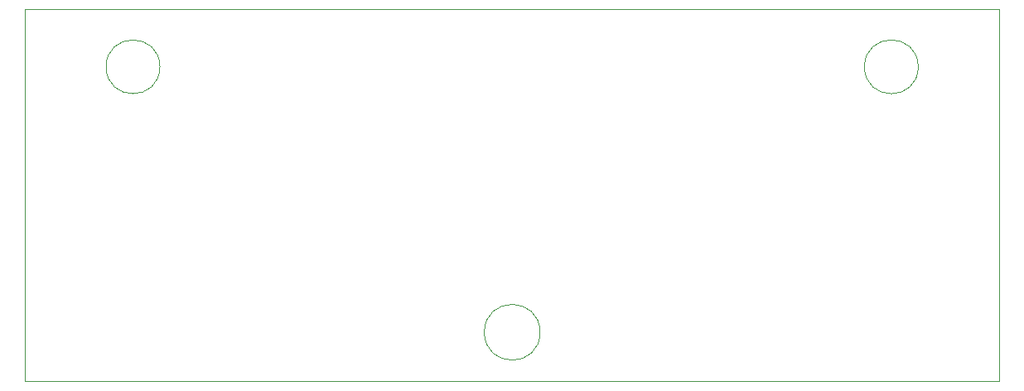
<source format=gm1>
G04 #@! TF.GenerationSoftware,KiCad,Pcbnew,(5.1.10-1-10_14)*
G04 #@! TF.CreationDate,2021-06-04T22:41:06-05:00*
G04 #@! TF.ProjectId,169-display-replacement-v2,3136392d-6469-4737-906c-61792d726570,rev?*
G04 #@! TF.SameCoordinates,Original*
G04 #@! TF.FileFunction,Profile,NP*
%FSLAX46Y46*%
G04 Gerber Fmt 4.6, Leading zero omitted, Abs format (unit mm)*
G04 Created by KiCad (PCBNEW (5.1.10-1-10_14)) date 2021-06-04 22:41:06*
%MOMM*%
%LPD*%
G01*
G04 APERTURE LIST*
G04 #@! TA.AperFunction,Profile*
%ADD10C,0.100000*%
G04 #@! TD*
G04 #@! TA.AperFunction,Profile*
%ADD11C,0.050000*%
G04 #@! TD*
G04 APERTURE END LIST*
D10*
X89950000Y-87050000D02*
X89950000Y-125050000D01*
X142600000Y-120050000D02*
G75*
G03*
X142600000Y-120050000I-2850000J0D01*
G01*
D11*
X103750000Y-92920000D02*
G75*
G03*
X103750000Y-92920000I-2750000J0D01*
G01*
D10*
X189550000Y-125050000D02*
X189550000Y-87050000D01*
X89950000Y-125050000D02*
X189550000Y-125050000D01*
X189550000Y-87050000D02*
X89950000Y-87050000D01*
D11*
X181250000Y-92920000D02*
G75*
G03*
X181250000Y-92920000I-2750000J0D01*
G01*
M02*

</source>
